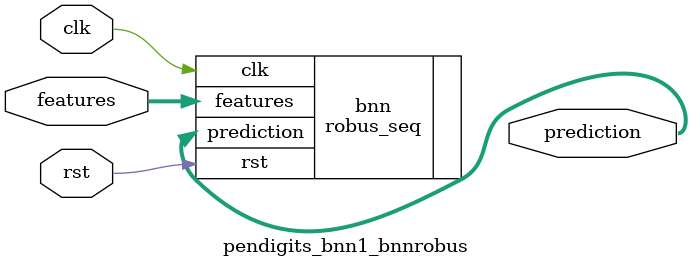
<source format=v>













module pendigits_bnn1_bnnrobus #(

parameter FEAT_CNT = 16,
parameter HIDDEN_CNT = 40,
parameter FEAT_BITS = 4,
parameter CLASS_CNT = 10,
parameter TEST_CNT = 1000


  ) (
  input clk,
  input rst,
  input [FEAT_CNT*FEAT_BITS-1:0] features,
  output [$clog2(CLASS_CNT)-1:0] prediction
  );

  localparam Weights0 = 640'b0101101001100011101101101101100110110001000001111010010111001000110110101111010101010001111100000110101111111000111000001101101000000011010100101110100101011010010010111010010010010101010110001011110100100011010011100001101100010110101111011010111110110001101100101111010110110101000010011110111110000101010111111100000110010010001111011111101111010000010100000101100101001010000110110100001111101100101100000010101110100100001101111011101011100101011010100101001111001010000111010000011100001011000000000010111100000101001110001010010100011110010010100110001001001011111110000001011011101101010100011111000001001101000110100010101101000010 ;
  localparam Weights1 = 400'b0000100000101111101101100001011000110000011110110111101011101100111100000000000001011101010001011000011110000100011101100111000000001111010000000110111100001000010010110010110110100000011111111101000010001000011011000111010110000010000010110101011011010111100111100010101011111110110001011100011000001010100011000011111010001111111000101011111010000101001111000111000011011001011111000001101001000001 ;

  robus_seq #(.FEAT_CNT(FEAT_CNT),.FEAT_BITS(FEAT_BITS),.HIDDEN_CNT(HIDDEN_CNT),.CLASS_CNT(CLASS_CNT),.Weights0(Weights0),.Weights1(Weights1)) bnn (
    .clk(clk),
    .rst(rst),
    .features(features),
    .prediction(prediction)
  );

endmodule

</source>
